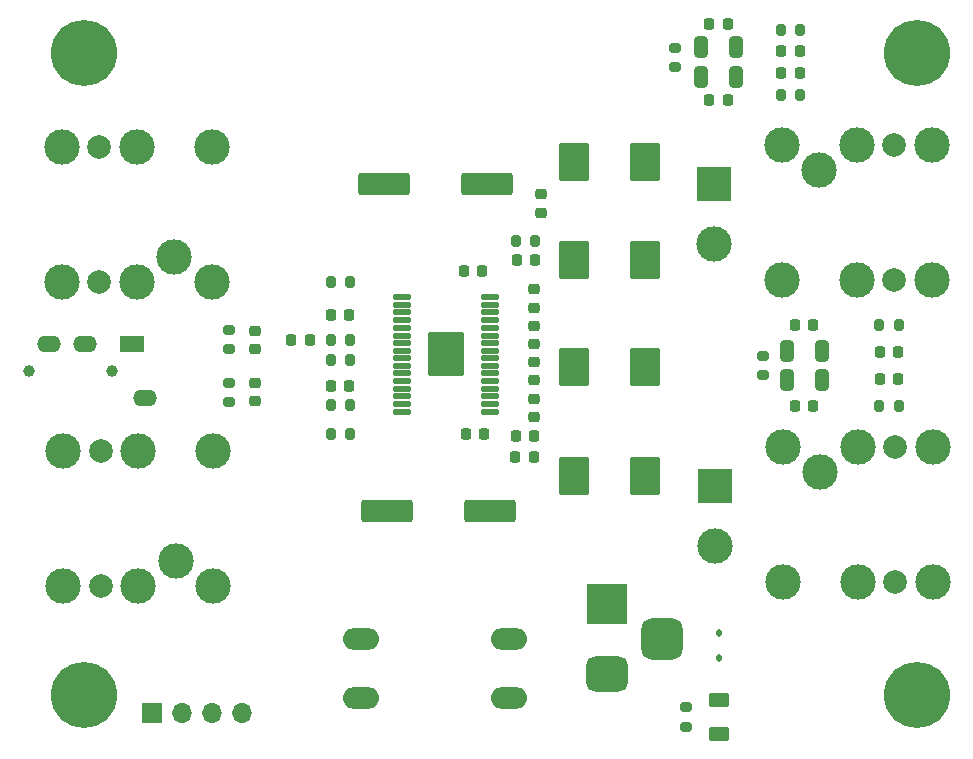
<source format=gbr>
%TF.GenerationSoftware,KiCad,Pcbnew,7.0.7*%
%TF.CreationDate,2024-04-25T11:27:23-04:00*%
%TF.ProjectId,TPA3116_breakout_v1,54504133-3131-4365-9f62-7265616b6f75,rev?*%
%TF.SameCoordinates,Original*%
%TF.FileFunction,Soldermask,Top*%
%TF.FilePolarity,Negative*%
%FSLAX46Y46*%
G04 Gerber Fmt 4.6, Leading zero omitted, Abs format (unit mm)*
G04 Created by KiCad (PCBNEW 7.0.7) date 2024-04-25 11:27:23*
%MOMM*%
%LPD*%
G01*
G04 APERTURE LIST*
G04 Aperture macros list*
%AMRoundRect*
0 Rectangle with rounded corners*
0 $1 Rounding radius*
0 $2 $3 $4 $5 $6 $7 $8 $9 X,Y pos of 4 corners*
0 Add a 4 corners polygon primitive as box body*
4,1,4,$2,$3,$4,$5,$6,$7,$8,$9,$2,$3,0*
0 Add four circle primitives for the rounded corners*
1,1,$1+$1,$2,$3*
1,1,$1+$1,$4,$5*
1,1,$1+$1,$6,$7*
1,1,$1+$1,$8,$9*
0 Add four rect primitives between the rounded corners*
20,1,$1+$1,$2,$3,$4,$5,0*
20,1,$1+$1,$4,$5,$6,$7,0*
20,1,$1+$1,$6,$7,$8,$9,0*
20,1,$1+$1,$8,$9,$2,$3,0*%
G04 Aperture macros list end*
%ADD10C,5.600000*%
%ADD11RoundRect,0.200000X0.275000X-0.200000X0.275000X0.200000X-0.275000X0.200000X-0.275000X-0.200000X0*%
%ADD12RoundRect,0.250000X0.625000X-0.375000X0.625000X0.375000X-0.625000X0.375000X-0.625000X-0.375000X0*%
%ADD13RoundRect,0.125000X-1.125000X-1.500000X1.125000X-1.500000X1.125000X1.500000X-1.125000X1.500000X0*%
%ADD14RoundRect,0.225000X-0.250000X0.225000X-0.250000X-0.225000X0.250000X-0.225000X0.250000X0.225000X0*%
%ADD15RoundRect,0.200000X0.200000X0.275000X-0.200000X0.275000X-0.200000X-0.275000X0.200000X-0.275000X0*%
%ADD16RoundRect,0.045000X-0.705000X-0.180000X0.705000X-0.180000X0.705000X0.180000X-0.705000X0.180000X0*%
%ADD17RoundRect,0.045000X0.705000X0.180000X-0.705000X0.180000X-0.705000X-0.180000X0.705000X-0.180000X0*%
%ADD18RoundRect,0.152000X-1.368000X-1.723000X1.368000X-1.723000X1.368000X1.723000X-1.368000X1.723000X0*%
%ADD19RoundRect,0.250000X1.950000X0.700000X-1.950000X0.700000X-1.950000X-0.700000X1.950000X-0.700000X0*%
%ADD20RoundRect,0.200000X-0.200000X-0.275000X0.200000X-0.275000X0.200000X0.275000X-0.200000X0.275000X0*%
%ADD21RoundRect,0.225000X-0.225000X-0.250000X0.225000X-0.250000X0.225000X0.250000X-0.225000X0.250000X0*%
%ADD22O,1.700000X1.700000*%
%ADD23R,1.700000X1.700000*%
%ADD24C,3.000000*%
%ADD25C,2.000000*%
%ADD26R,3.000000X3.000000*%
%ADD27RoundRect,0.225000X0.225000X0.250000X-0.225000X0.250000X-0.225000X-0.250000X0.225000X-0.250000X0*%
%ADD28RoundRect,0.225000X0.250000X-0.225000X0.250000X0.225000X-0.250000X0.225000X-0.250000X-0.225000X0*%
%ADD29RoundRect,0.250000X-0.325000X-0.650000X0.325000X-0.650000X0.325000X0.650000X-0.325000X0.650000X0*%
%ADD30RoundRect,0.250000X0.325000X0.650000X-0.325000X0.650000X-0.325000X-0.650000X0.325000X-0.650000X0*%
%ADD31R,3.500000X3.500000*%
%ADD32RoundRect,0.750000X1.000000X-0.750000X1.000000X0.750000X-1.000000X0.750000X-1.000000X-0.750000X0*%
%ADD33RoundRect,0.875000X0.875000X-0.875000X0.875000X0.875000X-0.875000X0.875000X-0.875000X-0.875000X0*%
%ADD34RoundRect,0.112500X-0.112500X0.187500X-0.112500X-0.187500X0.112500X-0.187500X0.112500X0.187500X0*%
%ADD35RoundRect,0.200000X-0.275000X0.200000X-0.275000X-0.200000X0.275000X-0.200000X0.275000X0.200000X0*%
%ADD36O,3.048000X1.850000*%
%ADD37C,1.000000*%
%ADD38O,2.000000X1.400000*%
%ADD39R,2.000000X1.400000*%
G04 APERTURE END LIST*
D10*
%TO.C,H4*%
X176500000Y-55000000D03*
%TD*%
D11*
%TO.C,R15*%
X157000000Y-112025000D03*
X157000000Y-110375000D03*
%TD*%
D12*
%TO.C,D2*%
X159800000Y-112600000D03*
X159800000Y-109800000D03*
%TD*%
D13*
%TO.C,L3*%
X147500000Y-81600000D03*
X153500000Y-81600000D03*
%TD*%
D14*
%TO.C,C14*%
X144100000Y-75000000D03*
X144100000Y-76550000D03*
%TD*%
D13*
%TO.C,L1*%
X147500000Y-64200000D03*
X153500000Y-64200000D03*
%TD*%
D15*
%TO.C,R8*%
X128525000Y-87200000D03*
X126875000Y-87200000D03*
%TD*%
%TO.C,R7*%
X128525000Y-84800000D03*
X126875000Y-84800000D03*
%TD*%
D13*
%TO.C,L4*%
X147500000Y-90800000D03*
X153500000Y-90800000D03*
%TD*%
D16*
%TO.C,U1*%
X132905000Y-75650000D03*
X132905000Y-76300000D03*
X132905000Y-76950000D03*
X132905000Y-77600000D03*
X132905000Y-78250000D03*
X132905000Y-78900000D03*
X132905000Y-79550000D03*
X132905000Y-80200000D03*
D17*
X132905000Y-80800000D03*
X132905000Y-81450000D03*
X132905000Y-82100000D03*
X132905000Y-82750000D03*
X132905000Y-83400000D03*
X132905000Y-84050000D03*
X132905000Y-84700000D03*
X132905000Y-85350000D03*
D16*
X140405000Y-85350000D03*
D17*
X140405000Y-84700000D03*
X140405000Y-84050000D03*
X140405000Y-83400000D03*
X140405000Y-82750000D03*
X140405000Y-82100000D03*
X140405000Y-81450000D03*
X140405000Y-80800000D03*
D16*
X140405000Y-80200000D03*
X140405000Y-79550000D03*
X140405000Y-78900000D03*
X140405000Y-78250000D03*
X140405000Y-77600000D03*
X140405000Y-76950000D03*
X140405000Y-76300000D03*
X140405000Y-75650000D03*
D18*
X136655000Y-80500000D03*
%TD*%
D19*
%TO.C,C1*%
X140125000Y-66100000D03*
X131425000Y-66100000D03*
%TD*%
D20*
%TO.C,R13*%
X173350000Y-78000000D03*
X175000000Y-78000000D03*
%TD*%
D21*
%TO.C,C27*%
X165050000Y-54800000D03*
X166600000Y-54800000D03*
%TD*%
D10*
%TO.C,H1*%
X106000000Y-109300000D03*
%TD*%
D22*
%TO.C,J9*%
X119400000Y-110900000D03*
X116860000Y-110900000D03*
X114320000Y-110900000D03*
D23*
X111780000Y-110900000D03*
%TD*%
D24*
%TO.C,J2*%
X113650000Y-72270000D03*
D25*
X107300000Y-74400000D03*
X107300000Y-62970000D03*
D24*
X110450000Y-74400000D03*
X110450000Y-62970000D03*
X104100000Y-74400000D03*
X104100000Y-62970000D03*
X116800000Y-74400000D03*
X116800000Y-62970000D03*
%TD*%
D20*
%TO.C,R4*%
X126875000Y-79300000D03*
X128525000Y-79300000D03*
%TD*%
D26*
%TO.C,J8*%
X159400000Y-91660000D03*
D24*
X159400000Y-96740000D03*
%TD*%
D27*
%TO.C,C5*%
X139900000Y-87200000D03*
X138350000Y-87200000D03*
%TD*%
D26*
%TO.C,J7*%
X159300000Y-66060000D03*
D24*
X159300000Y-71140000D03*
%TD*%
D28*
%TO.C,C8*%
X144700000Y-68500000D03*
X144700000Y-66950000D03*
%TD*%
%TO.C,C9*%
X120500000Y-80050000D03*
X120500000Y-78500000D03*
%TD*%
D29*
%TO.C,C18*%
X158250000Y-57000000D03*
X161200000Y-57000000D03*
%TD*%
D11*
%TO.C,R10*%
X156050000Y-56200000D03*
X156050000Y-54550000D03*
%TD*%
D27*
%TO.C,C4*%
X139700000Y-73400000D03*
X138150000Y-73400000D03*
%TD*%
D14*
%TO.C,C16*%
X144100000Y-81150000D03*
X144100000Y-82700000D03*
%TD*%
D29*
%TO.C,C20*%
X165500000Y-80200000D03*
X168450000Y-80200000D03*
%TD*%
D15*
%TO.C,R12*%
X166650000Y-53000000D03*
X165000000Y-53000000D03*
%TD*%
D10*
%TO.C,H2*%
X176500000Y-109300000D03*
%TD*%
D27*
%TO.C,C11*%
X128475000Y-77200000D03*
X126925000Y-77200000D03*
%TD*%
D11*
%TO.C,R2*%
X118300000Y-80050000D03*
X118300000Y-78400000D03*
%TD*%
D20*
%TO.C,R6*%
X126875000Y-74400000D03*
X128525000Y-74400000D03*
%TD*%
D21*
%TO.C,C7*%
X142525000Y-89200000D03*
X144075000Y-89200000D03*
%TD*%
D27*
%TO.C,C13*%
X125100000Y-79300000D03*
X123550000Y-79300000D03*
%TD*%
D21*
%TO.C,C29*%
X173400000Y-82600000D03*
X174950000Y-82600000D03*
%TD*%
D24*
%TO.C,J6*%
X168300000Y-90445000D03*
D25*
X174650000Y-88315000D03*
X174650000Y-99745000D03*
D24*
X171500000Y-88315000D03*
X171500000Y-99745000D03*
X177850000Y-88315000D03*
X177850000Y-99745000D03*
X165150000Y-88315000D03*
X165150000Y-99745000D03*
%TD*%
D28*
%TO.C,C17*%
X144100000Y-85800000D03*
X144100000Y-84250000D03*
%TD*%
D27*
%TO.C,C23*%
X160500000Y-52500000D03*
X158950000Y-52500000D03*
%TD*%
D30*
%TO.C,C21*%
X168450000Y-82700000D03*
X165500000Y-82700000D03*
%TD*%
D21*
%TO.C,C22*%
X158950000Y-59000000D03*
X160500000Y-59000000D03*
%TD*%
D15*
%TO.C,R5*%
X128525000Y-80940000D03*
X126875000Y-80940000D03*
%TD*%
D27*
%TO.C,C28*%
X174950000Y-80300000D03*
X173400000Y-80300000D03*
%TD*%
%TO.C,C12*%
X128475000Y-83200000D03*
X126925000Y-83200000D03*
%TD*%
D31*
%TO.C,J4*%
X150240000Y-101600000D03*
D32*
X150240000Y-107600000D03*
D33*
X154940000Y-104600000D03*
%TD*%
D14*
%TO.C,C10*%
X120500000Y-82900000D03*
X120500000Y-84450000D03*
%TD*%
D34*
%TO.C,D1*%
X159800000Y-104100000D03*
X159800000Y-106200000D03*
%TD*%
D19*
%TO.C,C2*%
X140375000Y-93800000D03*
X131675000Y-93800000D03*
%TD*%
D35*
%TO.C,R3*%
X118300000Y-82900000D03*
X118300000Y-84550000D03*
%TD*%
D20*
%TO.C,R11*%
X165000000Y-58500000D03*
X166650000Y-58500000D03*
%TD*%
D13*
%TO.C,L2*%
X147500000Y-72500000D03*
X153500000Y-72500000D03*
%TD*%
D10*
%TO.C,H3*%
X106000000Y-55000000D03*
%TD*%
D27*
%TO.C,C25*%
X167750000Y-84900000D03*
X166200000Y-84900000D03*
%TD*%
D35*
%TO.C,R9*%
X163500000Y-80600000D03*
X163500000Y-82250000D03*
%TD*%
D27*
%TO.C,C26*%
X166600000Y-56700000D03*
X165050000Y-56700000D03*
%TD*%
D21*
%TO.C,C6*%
X142550000Y-87400000D03*
X144100000Y-87400000D03*
%TD*%
D15*
%TO.C,R14*%
X175000000Y-84900000D03*
X173350000Y-84900000D03*
%TD*%
D24*
%TO.C,J3*%
X113750000Y-98000000D03*
D25*
X107400000Y-100130000D03*
X107400000Y-88700000D03*
D24*
X110550000Y-100130000D03*
X110550000Y-88700000D03*
X104200000Y-100130000D03*
X104200000Y-88700000D03*
X116900000Y-100130000D03*
X116900000Y-88700000D03*
%TD*%
D21*
%TO.C,C24*%
X166200000Y-78000000D03*
X167750000Y-78000000D03*
%TD*%
D20*
%TO.C,R1*%
X142550000Y-70900000D03*
X144200000Y-70900000D03*
%TD*%
D21*
%TO.C,C3*%
X142650000Y-72500000D03*
X144200000Y-72500000D03*
%TD*%
D36*
%TO.C,SW1*%
X141960000Y-109600000D03*
X129460000Y-109600000D03*
X141960000Y-104600000D03*
X129460000Y-104600000D03*
%TD*%
D28*
%TO.C,C15*%
X144100000Y-78100000D03*
X144100000Y-79650000D03*
%TD*%
D24*
%TO.C,J5*%
X168250000Y-64925000D03*
D25*
X174600000Y-62795000D03*
X174600000Y-74225000D03*
D24*
X171450000Y-62795000D03*
X171450000Y-74225000D03*
X177800000Y-62795000D03*
X177800000Y-74225000D03*
X165100000Y-62795000D03*
X165100000Y-74225000D03*
%TD*%
D37*
%TO.C,J1*%
X101350000Y-81882500D03*
X108350000Y-81882500D03*
D38*
X111150000Y-84182500D03*
X106050000Y-79582500D03*
X103050000Y-79582500D03*
D39*
X110050000Y-79582500D03*
%TD*%
D30*
%TO.C,C19*%
X161200000Y-54500000D03*
X158250000Y-54500000D03*
%TD*%
M02*

</source>
